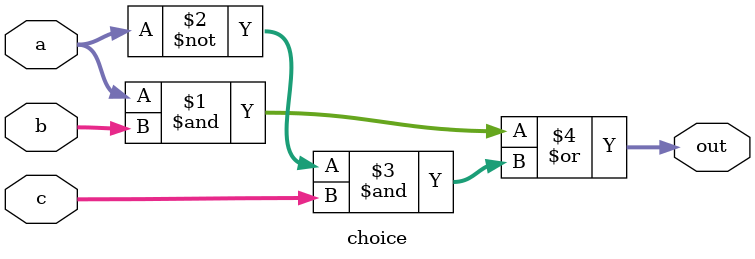
<source format=v>
/*!
* @file choice.v
* @brief Bitwise Choice Module
* @author LDFranck
* @date February 2023
* @version v1
*
* @details
*  Bitwise choice module implementation in Verilog.
*  The module returns the bitwise evaluation of the
*  logical expression 'IF (a == 1) THEN b ELSE c'.
*/

module choice(out, a, b, c);

	input  [31:0] a, b, c;
	output [31:0] out;

	assign out = (a & b) | (~a & c);

endmodule
</source>
